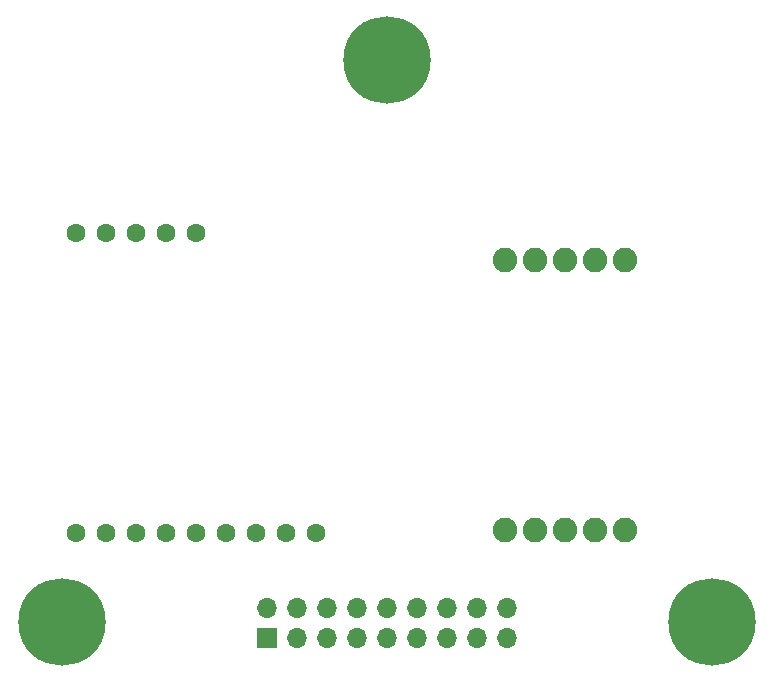
<source format=gbr>
%TF.GenerationSoftware,KiCad,Pcbnew,(6.0.7)*%
%TF.CreationDate,2023-04-01T23:13:22-04:00*%
%TF.ProjectId,EAST_GPS,45415354-5f47-4505-932e-6b696361645f,rev?*%
%TF.SameCoordinates,Original*%
%TF.FileFunction,Soldermask,Bot*%
%TF.FilePolarity,Negative*%
%FSLAX46Y46*%
G04 Gerber Fmt 4.6, Leading zero omitted, Abs format (unit mm)*
G04 Created by KiCad (PCBNEW (6.0.7)) date 2023-04-01 23:13:22*
%MOMM*%
%LPD*%
G01*
G04 APERTURE LIST*
%ADD10C,4.100000*%
%ADD11C,7.400000*%
%ADD12C,1.600000*%
%ADD13R,1.700000X1.700000*%
%ADD14O,1.700000X1.700000*%
%ADD15C,2.082800*%
G04 APERTURE END LIST*
D10*
%TO.C,REF\u002A\u002A*%
X170641661Y-116845280D03*
D11*
X170641661Y-116845280D03*
%TD*%
D12*
%TO.C,U2*%
X116860000Y-109345000D03*
X119400000Y-109345000D03*
X121940000Y-109345000D03*
X124480000Y-109345000D03*
X127020000Y-109345000D03*
X129560000Y-109345000D03*
X132100000Y-109345000D03*
X134640000Y-109345000D03*
X137180000Y-109345000D03*
X127020000Y-83945000D03*
X124480000Y-83945000D03*
X121940000Y-83945000D03*
X119400000Y-83945000D03*
X116860000Y-83945000D03*
%TD*%
D13*
%TO.C,J1*%
X132979000Y-118191200D03*
D14*
X132979000Y-115651200D03*
X135519000Y-118191200D03*
X135519000Y-115651200D03*
X138059000Y-118191200D03*
X138059000Y-115651200D03*
X140599000Y-118191200D03*
X140599000Y-115651200D03*
X143139000Y-118191200D03*
X143139000Y-115651200D03*
X145679000Y-118191200D03*
X145679000Y-115651200D03*
X148219000Y-118191200D03*
X148219000Y-115651200D03*
X150759000Y-118191200D03*
X150759000Y-115651200D03*
X153299000Y-118191200D03*
X153299000Y-115651200D03*
%TD*%
D10*
%TO.C,REF\u002A\u002A*%
X115644369Y-116840000D03*
D11*
X115644369Y-116840000D03*
%TD*%
%TO.C,REF\u002A\u002A*%
X143147778Y-69222624D03*
D10*
X143147778Y-69222624D03*
%TD*%
D15*
%TO.C,U1*%
X153162000Y-109039900D03*
X155702000Y-109039900D03*
X158242000Y-109039900D03*
X160782000Y-109039900D03*
X163322000Y-109039900D03*
X153162000Y-86179900D03*
X155702000Y-86179900D03*
X158242000Y-86179900D03*
X160782000Y-86179900D03*
X163322000Y-86179900D03*
%TD*%
M02*

</source>
